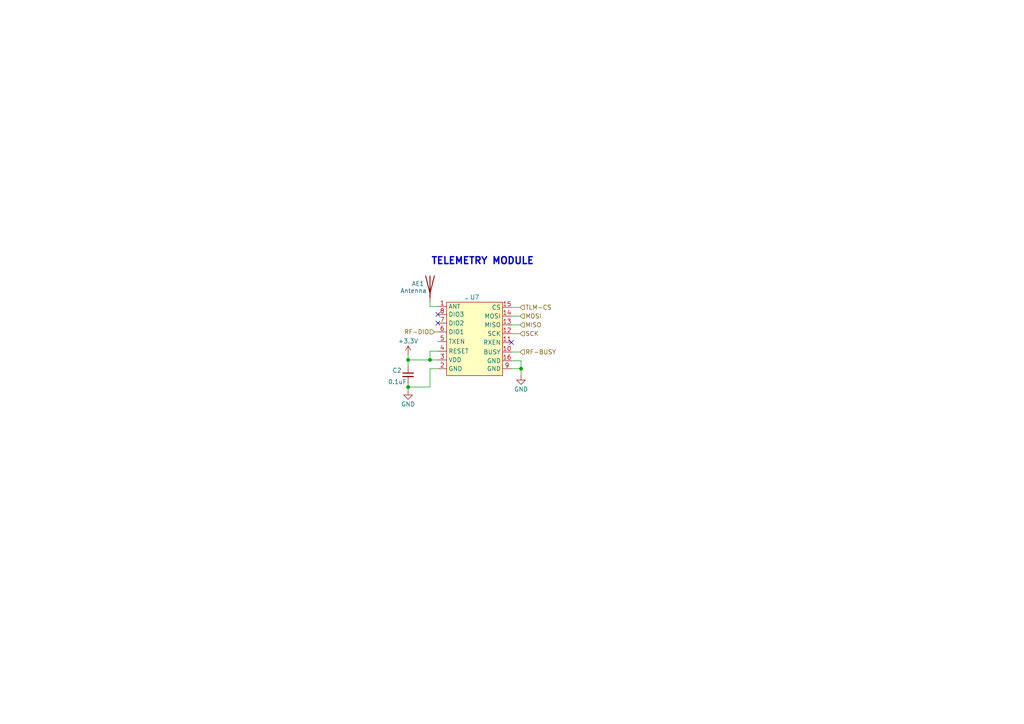
<source format=kicad_sch>
(kicad_sch (version 20230121) (generator eeschema)

  (uuid 0fe74d8a-3d07-4d12-8eb1-cc9b12a5ec90)

  (paper "A4")

  (lib_symbols
    (symbol "Device:Antenna" (pin_numbers hide) (pin_names (offset 1.016) hide) (in_bom yes) (on_board yes)
      (property "Reference" "AE" (at -1.905 1.905 0)
        (effects (font (size 1.27 1.27)) (justify right))
      )
      (property "Value" "Antenna" (at -1.905 0 0)
        (effects (font (size 1.27 1.27)) (justify right))
      )
      (property "Footprint" "" (at 0 0 0)
        (effects (font (size 1.27 1.27)) hide)
      )
      (property "Datasheet" "~" (at 0 0 0)
        (effects (font (size 1.27 1.27)) hide)
      )
      (property "ki_keywords" "antenna" (at 0 0 0)
        (effects (font (size 1.27 1.27)) hide)
      )
      (property "ki_description" "Antenna" (at 0 0 0)
        (effects (font (size 1.27 1.27)) hide)
      )
      (symbol "Antenna_0_1"
        (polyline
          (pts
            (xy 0 2.54)
            (xy 0 -3.81)
          )
          (stroke (width 0.254) (type default))
          (fill (type none))
        )
        (polyline
          (pts
            (xy 1.27 2.54)
            (xy 0 -2.54)
            (xy -1.27 2.54)
          )
          (stroke (width 0.254) (type default))
          (fill (type none))
        )
      )
      (symbol "Antenna_1_1"
        (pin input line (at 0 -5.08 90) (length 2.54)
          (name "A" (effects (font (size 1.27 1.27))))
          (number "1" (effects (font (size 1.27 1.27))))
        )
      )
    )
    (symbol "Device:C_Small" (pin_numbers hide) (pin_names (offset 0.254) hide) (in_bom yes) (on_board yes)
      (property "Reference" "C" (at 0.254 1.778 0)
        (effects (font (size 1.27 1.27)) (justify left))
      )
      (property "Value" "C_Small" (at 0.254 -2.032 0)
        (effects (font (size 1.27 1.27)) (justify left))
      )
      (property "Footprint" "" (at 0 0 0)
        (effects (font (size 1.27 1.27)) hide)
      )
      (property "Datasheet" "~" (at 0 0 0)
        (effects (font (size 1.27 1.27)) hide)
      )
      (property "ki_keywords" "capacitor cap" (at 0 0 0)
        (effects (font (size 1.27 1.27)) hide)
      )
      (property "ki_description" "Unpolarized capacitor, small symbol" (at 0 0 0)
        (effects (font (size 1.27 1.27)) hide)
      )
      (property "ki_fp_filters" "C_*" (at 0 0 0)
        (effects (font (size 1.27 1.27)) hide)
      )
      (symbol "C_Small_0_1"
        (polyline
          (pts
            (xy -1.524 -0.508)
            (xy 1.524 -0.508)
          )
          (stroke (width 0.3302) (type default))
          (fill (type none))
        )
        (polyline
          (pts
            (xy -1.524 0.508)
            (xy 1.524 0.508)
          )
          (stroke (width 0.3048) (type default))
          (fill (type none))
        )
      )
      (symbol "C_Small_1_1"
        (pin passive line (at 0 2.54 270) (length 2.032)
          (name "~" (effects (font (size 1.27 1.27))))
          (number "1" (effects (font (size 1.27 1.27))))
        )
        (pin passive line (at 0 -2.54 90) (length 2.032)
          (name "~" (effects (font (size 1.27 1.27))))
          (number "2" (effects (font (size 1.27 1.27))))
        )
      )
    )
    (symbol "RocketryIN_FC:RA-01SH" (in_bom yes) (on_board yes)
      (property "Reference" "U" (at 0 0 0)
        (effects (font (size 1.27 1.27)))
      )
      (property "Value" "" (at 0 0 0)
        (effects (font (size 1.27 1.27)))
      )
      (property "Footprint" "" (at 0 0 0)
        (effects (font (size 1.27 1.27)) hide)
      )
      (property "Datasheet" "" (at 0 0 0)
        (effects (font (size 1.27 1.27)) hide)
      )
      (symbol "RA-01SH_1_1"
        (rectangle (start -5.842 -1.016) (end 10.414 -22.352)
          (stroke (width 0) (type default))
          (fill (type background))
        )
        (pin input line (at -8.382 -2.286 0) (length 2.54)
          (name "ANT" (effects (font (size 1.27 1.27))))
          (number "1" (effects (font (size 1.27 1.27))))
        )
        (pin input line (at 12.954 -15.494 180) (length 2.54)
          (name "BUSY" (effects (font (size 1.27 1.27))))
          (number "10" (effects (font (size 1.27 1.27))))
        )
        (pin input line (at 12.954 -12.7 180) (length 2.54)
          (name "RXEN" (effects (font (size 1.27 1.27))))
          (number "11" (effects (font (size 1.27 1.27))))
        )
        (pin input line (at 12.954 -10.16 180) (length 2.54)
          (name "SCK" (effects (font (size 1.27 1.27))))
          (number "12" (effects (font (size 1.27 1.27))))
        )
        (pin input line (at 12.954 -7.62 180) (length 2.54)
          (name "MISO" (effects (font (size 1.27 1.27))))
          (number "13" (effects (font (size 1.27 1.27))))
        )
        (pin input line (at 12.954 -5.08 180) (length 2.54)
          (name "MOSI" (effects (font (size 1.27 1.27))))
          (number "14" (effects (font (size 1.27 1.27))))
        )
        (pin input line (at 12.954 -2.54 180) (length 2.54)
          (name "CS" (effects (font (size 1.27 1.27))))
          (number "15" (effects (font (size 1.27 1.27))))
        )
        (pin input line (at 12.954 -18.034 180) (length 2.54)
          (name "GND" (effects (font (size 1.27 1.27))))
          (number "16" (effects (font (size 1.27 1.27))))
        )
        (pin input line (at -8.382 -20.32 0) (length 2.54)
          (name "GND" (effects (font (size 1.27 1.27))))
          (number "2" (effects (font (size 1.27 1.27))))
        )
        (pin input line (at -8.382 -17.78 0) (length 2.54)
          (name "VDD" (effects (font (size 1.27 1.27))))
          (number "3" (effects (font (size 1.27 1.27))))
        )
        (pin input line (at -8.382 -15.24 0) (length 2.54)
          (name "RESET" (effects (font (size 1.27 1.27))))
          (number "4" (effects (font (size 1.27 1.27))))
        )
        (pin input line (at -8.382 -12.446 0) (length 2.54)
          (name "TXEN" (effects (font (size 1.27 1.27))))
          (number "5" (effects (font (size 1.27 1.27))))
        )
        (pin input line (at -8.382 -9.652 0) (length 2.54)
          (name "DIO1" (effects (font (size 1.27 1.27))))
          (number "6" (effects (font (size 1.27 1.27))))
        )
        (pin input line (at -8.382 -7.112 0) (length 2.54)
          (name "DIO2" (effects (font (size 1.27 1.27))))
          (number "7" (effects (font (size 1.27 1.27))))
        )
        (pin input line (at -8.382 -4.572 0) (length 2.54)
          (name "DIO3" (effects (font (size 1.27 1.27))))
          (number "8" (effects (font (size 1.27 1.27))))
        )
        (pin input line (at 12.954 -20.32 180) (length 2.54)
          (name "GND" (effects (font (size 1.27 1.27))))
          (number "9" (effects (font (size 1.27 1.27))))
        )
      )
    )
    (symbol "power:+3.3V" (power) (pin_names (offset 0)) (in_bom yes) (on_board yes)
      (property "Reference" "#PWR" (at 0 -3.81 0)
        (effects (font (size 1.27 1.27)) hide)
      )
      (property "Value" "+3.3V" (at 0 3.556 0)
        (effects (font (size 1.27 1.27)))
      )
      (property "Footprint" "" (at 0 0 0)
        (effects (font (size 1.27 1.27)) hide)
      )
      (property "Datasheet" "" (at 0 0 0)
        (effects (font (size 1.27 1.27)) hide)
      )
      (property "ki_keywords" "global power" (at 0 0 0)
        (effects (font (size 1.27 1.27)) hide)
      )
      (property "ki_description" "Power symbol creates a global label with name \"+3.3V\"" (at 0 0 0)
        (effects (font (size 1.27 1.27)) hide)
      )
      (symbol "+3.3V_0_1"
        (polyline
          (pts
            (xy -0.762 1.27)
            (xy 0 2.54)
          )
          (stroke (width 0) (type default))
          (fill (type none))
        )
        (polyline
          (pts
            (xy 0 0)
            (xy 0 2.54)
          )
          (stroke (width 0) (type default))
          (fill (type none))
        )
        (polyline
          (pts
            (xy 0 2.54)
            (xy 0.762 1.27)
          )
          (stroke (width 0) (type default))
          (fill (type none))
        )
      )
      (symbol "+3.3V_1_1"
        (pin power_in line (at 0 0 90) (length 0) hide
          (name "+3.3V" (effects (font (size 1.27 1.27))))
          (number "1" (effects (font (size 1.27 1.27))))
        )
      )
    )
    (symbol "power:GND" (power) (pin_names (offset 0)) (in_bom yes) (on_board yes)
      (property "Reference" "#PWR" (at 0 -6.35 0)
        (effects (font (size 1.27 1.27)) hide)
      )
      (property "Value" "GND" (at 0 -3.81 0)
        (effects (font (size 1.27 1.27)))
      )
      (property "Footprint" "" (at 0 0 0)
        (effects (font (size 1.27 1.27)) hide)
      )
      (property "Datasheet" "" (at 0 0 0)
        (effects (font (size 1.27 1.27)) hide)
      )
      (property "ki_keywords" "global power" (at 0 0 0)
        (effects (font (size 1.27 1.27)) hide)
      )
      (property "ki_description" "Power symbol creates a global label with name \"GND\" , ground" (at 0 0 0)
        (effects (font (size 1.27 1.27)) hide)
      )
      (symbol "GND_0_1"
        (polyline
          (pts
            (xy 0 0)
            (xy 0 -1.27)
            (xy 1.27 -1.27)
            (xy 0 -2.54)
            (xy -1.27 -1.27)
            (xy 0 -1.27)
          )
          (stroke (width 0) (type default))
          (fill (type none))
        )
      )
      (symbol "GND_1_1"
        (pin power_in line (at 0 0 270) (length 0) hide
          (name "GND" (effects (font (size 1.27 1.27))))
          (number "1" (effects (font (size 1.27 1.27))))
        )
      )
    )
  )

  (junction (at 124.714 104.394) (diameter 0) (color 0 0 0 0)
    (uuid 0c9825be-1589-4b42-bda7-5a8beb1ae12f)
  )
  (junction (at 151.13 106.934) (diameter 0) (color 0 0 0 0)
    (uuid 1f25c89c-9f80-4c7d-81b1-7a3ee6f10789)
  )
  (junction (at 118.364 104.394) (diameter 0) (color 0 0 0 0)
    (uuid a2f25d31-e00c-4d41-8e84-2187750d53d8)
  )
  (junction (at 118.364 112.268) (diameter 0) (color 0 0 0 0)
    (uuid e8c9e90a-d0a7-45b8-bc5e-8e6a0a751035)
  )

  (no_connect (at 148.336 99.314) (uuid 147b948c-6711-42ab-9e6e-ffb470f7d991))
  (no_connect (at 127 93.726) (uuid d191c09d-fb5a-4f18-baf7-8ab97c32e84c))
  (no_connect (at 127 91.186) (uuid ee00e2d9-8a2d-401b-9b42-aaa0d83c9e82))

  (wire (pts (xy 148.336 89.154) (xy 150.876 89.154))
    (stroke (width 0) (type default))
    (uuid 0036f156-9eab-47a1-8371-9685717b4358)
  )
  (wire (pts (xy 125.984 96.266) (xy 127 96.266))
    (stroke (width 0) (type default))
    (uuid 06155f10-cddb-4f90-8896-c17ce43fb334)
  )
  (wire (pts (xy 127 101.854) (xy 124.714 101.854))
    (stroke (width 0) (type default))
    (uuid 147ffb0a-97f6-42ac-9bc6-d09b428d617b)
  )
  (wire (pts (xy 148.336 106.934) (xy 151.13 106.934))
    (stroke (width 0) (type default))
    (uuid 16f460fd-1174-41aa-9e79-b34f1dec8c34)
  )
  (wire (pts (xy 148.336 94.234) (xy 150.876 94.234))
    (stroke (width 0) (type default))
    (uuid 1de74f3e-58b3-4a0a-939d-0958f7995767)
  )
  (wire (pts (xy 148.336 102.108) (xy 150.876 102.108))
    (stroke (width 0) (type default))
    (uuid 246007ed-5b03-4f92-9fb6-90748ee81903)
  )
  (wire (pts (xy 124.714 106.934) (xy 124.714 112.268))
    (stroke (width 0) (type default))
    (uuid 2d1a282a-e821-4a1d-aad0-d0b5cc735f1a)
  )
  (wire (pts (xy 151.13 106.934) (xy 151.13 104.648))
    (stroke (width 0) (type default))
    (uuid 38875088-e9d1-4c37-85f1-d7326c533628)
  )
  (wire (pts (xy 127 104.394) (xy 124.714 104.394))
    (stroke (width 0) (type default))
    (uuid 48d264d8-ff92-416f-9687-5d616c6e9545)
  )
  (wire (pts (xy 124.714 104.394) (xy 118.364 104.394))
    (stroke (width 0) (type default))
    (uuid 4a819299-16f4-42ff-a1f3-7751f0441092)
  )
  (wire (pts (xy 148.336 96.774) (xy 150.876 96.774))
    (stroke (width 0) (type default))
    (uuid 58bc2450-57c0-4a30-910d-a2799bb92925)
  )
  (wire (pts (xy 124.714 87.63) (xy 124.714 88.9))
    (stroke (width 0) (type default))
    (uuid 6570d9aa-5124-48c5-9352-4889a4d72077)
  )
  (wire (pts (xy 124.714 112.268) (xy 118.364 112.268))
    (stroke (width 0) (type default))
    (uuid 836614da-a832-492c-9bc0-07cd89d5c48b)
  )
  (wire (pts (xy 118.364 104.394) (xy 118.364 106.172))
    (stroke (width 0) (type default))
    (uuid 8e3dfbc7-d42e-4f62-8edb-8b14869f9efb)
  )
  (wire (pts (xy 148.336 91.694) (xy 150.876 91.694))
    (stroke (width 0) (type default))
    (uuid 9ba17a74-52e3-4d58-9e13-9ef2cda6b5c7)
  )
  (wire (pts (xy 118.364 112.268) (xy 118.364 113.284))
    (stroke (width 0) (type default))
    (uuid a0e6c4a2-93b7-47db-9065-90f02b016fd4)
  )
  (wire (pts (xy 151.13 104.648) (xy 148.336 104.648))
    (stroke (width 0) (type default))
    (uuid ac4cb08e-a9b2-4de1-a3bf-bdac282a9414)
  )
  (wire (pts (xy 124.714 88.9) (xy 127 88.9))
    (stroke (width 0) (type default))
    (uuid ba0e3a22-bdf4-47ed-b4b4-36301ea655c8)
  )
  (wire (pts (xy 124.714 101.854) (xy 124.714 104.394))
    (stroke (width 0) (type default))
    (uuid ba163e4b-61c0-4bd1-9dfa-7ee4bc13799c)
  )
  (wire (pts (xy 118.364 104.394) (xy 118.364 102.87))
    (stroke (width 0) (type default))
    (uuid c0b386d0-aae6-4e95-92e7-dfc2d6506853)
  )
  (wire (pts (xy 151.13 108.966) (xy 151.13 106.934))
    (stroke (width 0) (type default))
    (uuid c45ecac5-0456-45a0-8ceb-272aaa7d078e)
  )
  (wire (pts (xy 118.364 111.252) (xy 118.364 112.268))
    (stroke (width 0) (type default))
    (uuid d98091d7-c4a4-4498-93c4-06bda44c8830)
  )
  (wire (pts (xy 127 106.934) (xy 124.714 106.934))
    (stroke (width 0) (type default))
    (uuid ddce89dd-0ae6-4cb4-b28b-d62652368341)
  )

  (text "TELEMETRY MODULE" (at 124.968 76.962 0)
    (effects (font (size 2 2) (thickness 0.4) bold) (justify left bottom))
    (uuid bf43a6ee-077b-4d99-8d33-35baeb7dc49b)
  )

  (hierarchical_label "RF-DIO" (shape input) (at 125.984 96.266 180) (fields_autoplaced)
    (effects (font (size 1.27 1.27)) (justify right))
    (uuid 23f292d4-4450-4935-b6ee-19f605451fdd)
  )
  (hierarchical_label "RF-BUSY" (shape input) (at 150.876 102.108 0) (fields_autoplaced)
    (effects (font (size 1.27 1.27)) (justify left))
    (uuid 4fc5ec13-1420-4435-9c5d-6034ea0df3df)
  )
  (hierarchical_label "TLM-CS" (shape input) (at 150.876 89.154 0) (fields_autoplaced)
    (effects (font (size 1.27 1.27)) (justify left))
    (uuid 89ac0691-a5b0-4c61-a1d2-161bef26bc02)
  )
  (hierarchical_label "MOSI" (shape input) (at 150.876 91.694 0) (fields_autoplaced)
    (effects (font (size 1.27 1.27)) (justify left))
    (uuid a468c8d5-15db-4aeb-a9dd-06d5696af6ca)
  )
  (hierarchical_label "SCK" (shape input) (at 150.876 96.774 0) (fields_autoplaced)
    (effects (font (size 1.27 1.27)) (justify left))
    (uuid aab4dc3a-05fd-4af8-899f-cbc8a1821294)
  )
  (hierarchical_label "MISO" (shape input) (at 150.876 94.234 0) (fields_autoplaced)
    (effects (font (size 1.27 1.27)) (justify left))
    (uuid b9a37b4b-62ff-468c-a9f7-6cd0efb0afc6)
  )

  (symbol (lib_id "power:GND") (at 151.13 108.966 0) (unit 1)
    (in_bom yes) (on_board yes) (dnp no) (fields_autoplaced)
    (uuid 116c93db-2784-42e1-accc-20e8937fc802)
    (property "Reference" "#PWR029" (at 151.13 115.316 0)
      (effects (font (size 1.27 1.27)) hide)
    )
    (property "Value" "GND" (at 151.13 112.911 0)
      (effects (font (size 1.27 1.27)))
    )
    (property "Footprint" "" (at 151.13 108.966 0)
      (effects (font (size 1.27 1.27)) hide)
    )
    (property "Datasheet" "" (at 151.13 108.966 0)
      (effects (font (size 1.27 1.27)) hide)
    )
    (pin "1" (uuid 6d64a78c-49d8-45c5-bee4-726530a77a74))
    (instances
      (project "RocketryIN-FC"
        (path "/eca5bcb3-e8cc-4774-b734-f4245bf2d59b/96309280-5319-4be2-b61b-1b033614f00b"
          (reference "#PWR029") (unit 1)
        )
      )
    )
  )

  (symbol (lib_id "Device:Antenna") (at 124.714 82.55 0) (unit 1)
    (in_bom yes) (on_board yes) (dnp no)
    (uuid 2c06d30b-6ae4-4bff-800a-018bcf8c0229)
    (property "Reference" "AE1" (at 119.38 82.296 0)
      (effects (font (size 1.27 1.27)) (justify left))
    )
    (property "Value" "Antenna" (at 116.078 84.328 0)
      (effects (font (size 1.27 1.27)) (justify left))
    )
    (property "Footprint" "" (at 124.714 82.55 0)
      (effects (font (size 1.27 1.27)) hide)
    )
    (property "Datasheet" "~" (at 124.714 82.55 0)
      (effects (font (size 1.27 1.27)) hide)
    )
    (pin "1" (uuid c3f6c881-8013-4863-b893-420446731e13))
    (instances
      (project "RocketryIN-FC"
        (path "/eca5bcb3-e8cc-4774-b734-f4245bf2d59b/96309280-5319-4be2-b61b-1b033614f00b"
          (reference "AE1") (unit 1)
        )
      )
    )
  )

  (symbol (lib_id "RocketryIN_FC:RA-01SH") (at 135.382 86.614 0) (unit 1)
    (in_bom yes) (on_board yes) (dnp no) (fields_autoplaced)
    (uuid 403793f8-c3c2-4cbf-9960-ce92d13cdfb9)
    (property "Reference" "U7" (at 137.668 86.225 0)
      (effects (font (size 1.27 1.27)))
    )
    (property "Value" "~" (at 135.382 86.614 0)
      (effects (font (size 1.27 1.27)))
    )
    (property "Footprint" "" (at 135.382 86.614 0)
      (effects (font (size 1.27 1.27)) hide)
    )
    (property "Datasheet" "" (at 135.382 86.614 0)
      (effects (font (size 1.27 1.27)) hide)
    )
    (pin "1" (uuid d3962d64-151f-4565-89cd-55d2cec7c537))
    (pin "10" (uuid a0682c14-5f43-4ae1-ac6e-ebaa1040393f))
    (pin "11" (uuid 7edf75bc-2ab5-414a-aab7-74dd37fb4412))
    (pin "12" (uuid b8d30119-ae20-46e4-ba42-d2e4cff81860))
    (pin "13" (uuid 235b71b7-abab-4d1b-82d6-6fcb72741aa2))
    (pin "14" (uuid 723819d1-c252-4540-bee1-818a15476f76))
    (pin "15" (uuid c19a5aed-f66f-4052-93e6-0ee63c47ca14))
    (pin "16" (uuid ff41a8e0-52e9-427f-a472-88cda9576537))
    (pin "2" (uuid e9180795-55eb-46f6-aac5-f5037a5489dd))
    (pin "3" (uuid eb392ae3-4026-479c-ac23-5e7618e85cae))
    (pin "4" (uuid 82d82c3e-db6c-41cd-a1b5-b6598088f127))
    (pin "5" (uuid 02a25f83-ea6b-4a55-82d2-5c390ebf44db))
    (pin "6" (uuid 143b16d0-a18d-499c-9869-99687f9ab50c))
    (pin "7" (uuid ec59c0c9-9d3e-48ae-9407-e2325cc9cf47))
    (pin "8" (uuid 5f59071d-29b3-44be-8d1a-3c12fd569e1d))
    (pin "9" (uuid fb3721ad-69ad-493b-ab1b-d28ba696a51f))
    (instances
      (project "RocketryIN-FC"
        (path "/eca5bcb3-e8cc-4774-b734-f4245bf2d59b/96309280-5319-4be2-b61b-1b033614f00b"
          (reference "U7") (unit 1)
        )
      )
    )
  )

  (symbol (lib_id "power:GND") (at 118.364 113.284 0) (unit 1)
    (in_bom yes) (on_board yes) (dnp no) (fields_autoplaced)
    (uuid 68b6d720-3cc2-4b8c-af1c-e74ee4501375)
    (property "Reference" "#PWR030" (at 118.364 119.634 0)
      (effects (font (size 1.27 1.27)) hide)
    )
    (property "Value" "GND" (at 118.364 117.229 0)
      (effects (font (size 1.27 1.27)))
    )
    (property "Footprint" "" (at 118.364 113.284 0)
      (effects (font (size 1.27 1.27)) hide)
    )
    (property "Datasheet" "" (at 118.364 113.284 0)
      (effects (font (size 1.27 1.27)) hide)
    )
    (pin "1" (uuid 36e90e31-60c0-4834-b600-f1d798dcbe84))
    (instances
      (project "RocketryIN-FC"
        (path "/eca5bcb3-e8cc-4774-b734-f4245bf2d59b/96309280-5319-4be2-b61b-1b033614f00b"
          (reference "#PWR030") (unit 1)
        )
      )
    )
  )

  (symbol (lib_id "Device:C_Small") (at 118.364 108.712 0) (unit 1)
    (in_bom yes) (on_board yes) (dnp no)
    (uuid 77cc22b1-b60e-43a7-a12b-73c06e814d3b)
    (property "Reference" "C2" (at 113.792 107.442 0)
      (effects (font (size 1.27 1.27)) (justify left))
    )
    (property "Value" "0.1uF" (at 112.522 110.744 0)
      (effects (font (size 1.27 1.27)) (justify left))
    )
    (property "Footprint" "" (at 118.364 108.712 0)
      (effects (font (size 1.27 1.27)) hide)
    )
    (property "Datasheet" "~" (at 118.364 108.712 0)
      (effects (font (size 1.27 1.27)) hide)
    )
    (pin "1" (uuid 40e2096d-038a-4f27-9b12-7a1b6a64a89c))
    (pin "2" (uuid b56e6997-30e8-411e-8e53-c89584ac5746))
    (instances
      (project "RocketryIN-FC"
        (path "/eca5bcb3-e8cc-4774-b734-f4245bf2d59b/96309280-5319-4be2-b61b-1b033614f00b"
          (reference "C2") (unit 1)
        )
      )
    )
  )

  (symbol (lib_id "power:+3.3V") (at 118.364 102.87 0) (unit 1)
    (in_bom yes) (on_board yes) (dnp no) (fields_autoplaced)
    (uuid 9fbbb615-21d8-4ae4-9902-faa223555b72)
    (property "Reference" "#PWR031" (at 118.364 106.68 0)
      (effects (font (size 1.27 1.27)) hide)
    )
    (property "Value" "+3.3V" (at 118.364 98.925 0)
      (effects (font (size 1.27 1.27)))
    )
    (property "Footprint" "" (at 118.364 102.87 0)
      (effects (font (size 1.27 1.27)) hide)
    )
    (property "Datasheet" "" (at 118.364 102.87 0)
      (effects (font (size 1.27 1.27)) hide)
    )
    (pin "1" (uuid 2553623d-81bf-4b50-95d0-f8690a69282e))
    (instances
      (project "RocketryIN-FC"
        (path "/eca5bcb3-e8cc-4774-b734-f4245bf2d59b/96309280-5319-4be2-b61b-1b033614f00b"
          (reference "#PWR031") (unit 1)
        )
      )
    )
  )
)

</source>
